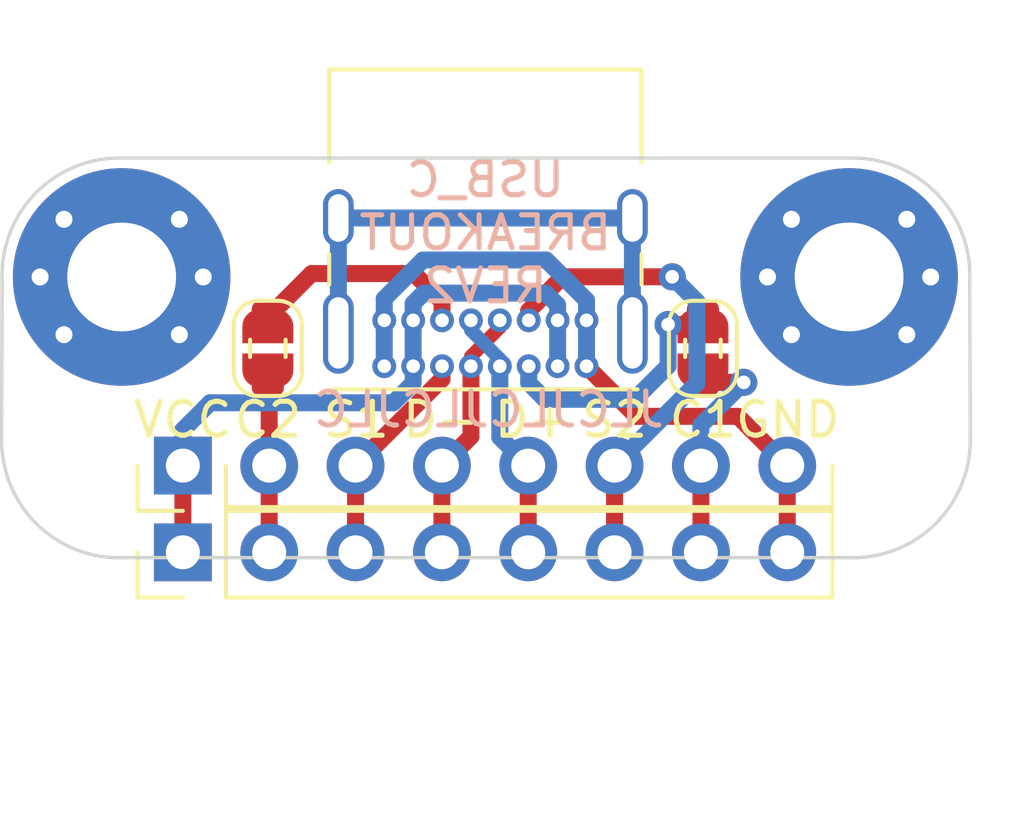
<source format=kicad_pcb>
(kicad_pcb (version 20211014) (generator pcbnew)
  (layers (0 "F.Cu" signal) (31 "B.Cu" signal) (34 "B.Paste" user) (35 "F.Paste" user) (36 "B.SilkS" user "B.Silkscreen") (37 "F.SilkS" user "F.Silkscreen") (38 "B.Mask" user) (39 "F.Mask" user) (44 "Edge.Cuts" user))
  (net 0 "")
  (net 1 "GND")
  (net 2 "VBUS")
  (net 3 "Net-(J1-PadA5)")
  (net 4 "D+")
  (net 5 "D-")
  (net 6 "SBU1")
  (net 7 "Net-(J1-PadB5)")
  (net 8 "SBU2")
  (net 9 "CC2")
  (net 10 "CC1")
  (net 11 "SHIELD")
  (footprint "Resistor_SMD:R_0603_1608Metric_Pad0.98x0.95mm_HandSolder" (layer "F.Cu") (at 133.6 97 -90)
    (fp_text reference "R2" hide)
    (fp_text value "5k1")
    (fp_line (start -0.254724 -0.5225) (end 0.254724 -0.5225) (layer "F.SilkS") (width 0.12))
    (fp_line (start -0.254724 0.5225) (end 0.254724 0.5225) (layer "F.SilkS") (width 0.12))
    (pad "1" smd roundrect (at -0.9125 0 270) (size 0.975 0.95) (layers "F.Cu" "F.Paste" "F.Mask") (net 7 "Net-(J1-PadB5)"))
    (pad "2" smd roundrect (at 0.9125 0 270) (size 0.975 0.95) (layers "F.Cu" "F.Paste" "F.Mask") (net 9 "CC2"))
  )
  (footprint "Jumper:SolderJumper-2_P1.3mm_Open_RoundedPad1.0x1.5mm" (layer "F.Cu") (at 146.4 97 -90)
    (fp_text reference "JP1" hide)
    (fp_text value "Jumper_2_Open")
    (fp_line (start -1.4 0.3) (end -1.4 -0.3) (layer "F.SilkS") (width 0.12))
    (fp_line (start -0.7 -1) (end 0.7 -1) (layer "F.SilkS") (width 0.12))
    (fp_line (start 1.4 -0.3) (end 1.4 0.3) (layer "F.SilkS") (width 0.12))
    (fp_line (start 0.7 1) (end -0.7 1) (layer "F.SilkS") (width 0.12))
    (fp_arc (start -1.4 -0.3) (mid -1.194975 -0.794975) (end -0.7 -1) (layer "F.SilkS") (width 0.12))
    (fp_arc (start 0.7 -1) (mid 1.194975 -0.794975) (end 1.4 -0.3) (layer "F.SilkS") (width 0.12))
    (fp_arc (start -0.7 1) (mid -1.194975 0.794975) (end -1.4 0.3) (layer "F.SilkS") (width 0.12))
    (fp_arc (start 1.4 0.3) (mid 1.194975 0.794975) (end 0.7 1) (layer "F.SilkS") (width 0.12))
    (pad "1" smd custom (at -0.65 0 270) (size 1 0.5) (layers "F.Cu" "F.Mask") (net 3 "Net-(J1-PadA5)") (options (clearance outline) (anchor rect)) (primitives (gr_circle (center 0 0.25) (end 0.5 0.25) (width 0) (fill yes)) (gr_circle (center 0 -0.25) (end 0.5 -0.25) (width 0) (fill yes)) (gr_poly (pts (xy 0.5 0.75) (xy 0 0.75) (xy 0 -0.75) (xy 0.5 -0.75)) (width 0) (fill yes))))
    (pad "2" smd custom (at 0.65 0 270) (size 1 0.5) (layers "F.Cu" "F.Mask") (net 10 "CC1") (options (clearance outline) (anchor rect)) (primitives (gr_circle (center 0 0.25) (end 0.5 0.25) (width 0) (fill yes)) (gr_circle (center 0 -0.25) (end 0.5 -0.25) (width 0) (fill yes)) (gr_poly (pts (xy 0 0.75) (xy -0.5 0.75) (xy -0.5 -0.75) (xy 0 -0.75)) (width 0) (fill yes))))
  )
  (footprint "MountingHole:MountingHole_3.2mm_M3_Pad_Via" (layer "F.Cu") (at 150.7 94.9)
    (fp_text reference "H1" hide)
    (fp_text value "MountingHole")
    (pad "1" thru_hole circle (at 0 0) (size 6.4 6.4) (drill 3.2) (layers *.Cu *.Mask))
    (pad "1" thru_hole circle (at 1.697056 1.697056) (size 0.8 0.8) (drill 0.5) (layers *.Cu *.Mask))
    (pad "1" thru_hole circle (at -2.4 0) (size 0.8 0.8) (drill 0.5) (layers *.Cu *.Mask))
    (pad "1" thru_hole circle (at 1.697056 -1.697056) (size 0.8 0.8) (drill 0.5) (layers *.Cu *.Mask))
    (pad "1" thru_hole circle (at -1.697056 -1.697056) (size 0.8 0.8) (drill 0.5) (layers *.Cu *.Mask))
    (pad "1" thru_hole circle (at -1.697056 1.697056) (size 0.8 0.8) (drill 0.5) (layers *.Cu *.Mask))
    (pad "1" thru_hole circle (at 2.4 0) (size 0.8 0.8) (drill 0.5) (layers *.Cu *.Mask))
  )
  (footprint "halfr_kicad_footprints:USB_C_Receptacle_GCT_USB4085" (layer "F.Cu") (at 142.975 97.525 180)
    (fp_text reference "J1" hide)
    (fp_text value "USB_C_Receptacle_USB2.0")
    (fp_line (start -1.62 6) (end -1.62 8.73) (layer "F.SilkS") (width 0.12))
    (fp_line (start 7.57 2.4) (end 7.57 3.3) (layer "F.SilkS") (width 0.12))
    (fp_line (start 7.57 6) (end 7.57 8.73) (layer "F.SilkS") (width 0.12))
    (fp_line (start -1.62 2.4) (end -1.62 3.3) (layer "F.SilkS") (width 0.12))
    (fp_line (start -1.62 8.73) (end 7.57 8.73) (layer "F.SilkS") (width 0.12))
    (fp_line (start -1.5 -0.68) (end 7.45 -0.68) (layer "F.SilkS") (width 0.12))
    (pad "A1" thru_hole circle (at 0 0 180) (size 0.7 0.7) (drill 0.4) (layers *.Cu *.Mask) (net 1 "GND"))
    (pad "A4" thru_hole circle (at 0.85 0 180) (size 0.7 0.7) (drill 0.4) (layers *.Cu *.Mask) (net 2 "VBUS"))
    (pad "A5" thru_hole circle (at 1.7 0 180) (size 0.7 0.7) (drill 0.4) (layers *.Cu *.Mask) (net 3 "Net-(J1-PadA5)"))
    (pad "A6" thru_hole circle (at 2.55 0 180) (size 0.7 0.7) (drill 0.4) (layers *.Cu *.Mask) (net 4 "D+"))
    (pad "A7" thru_hole circle (at 3.4 0 180) (size 0.7 0.7) (drill 0.4) (layers *.Cu *.Mask) (net 5 "D-"))
    (pad "A8" thru_hole circle (at 4.25 0 180) (size 0.7 0.7) (drill 0.4) (layers *.Cu *.Mask) (net 6 "SBU1"))
    (pad "A9" thru_hole circle (at 5.1 0 180) (size 0.7 0.7) (drill 0.4) (layers *.Cu *.Mask) (net 2 "VBUS"))
    (pad "A12" thru_hole circle (at 5.95 0 180) (size 0.7 0.7) (drill 0.4) (layers *.Cu *.Mask) (net 1 "GND"))
    (pad "B1" thru_hole circle (at 5.95 1.35 180) (size 0.7 0.7) (drill 0.4) (layers *.Cu *.Mask) (net 1 "GND"))
    (pad "B4" thru_hole circle (at 5.1 1.35 180) (size 0.7 0.7) (drill 0.4) (layers *.Cu *.Mask) (net 2 "VBUS"))
    (pad "B5" thru_hole circle (at 4.25 1.35 180) (size 0.7 0.7) (drill 0.4) (layers *.Cu *.Mask) (net 7 "Net-(J1-PadB5)"))
    (pad "B6" thru_hole circle (at 3.4 1.35 180) (size 0.7 0.7) (drill 0.4) (layers *.Cu *.Mask) (net 4 "D+"))
    (pad "B7" thru_hole circle (at 2.55 1.35 180) (size 0.7 0.7) (drill 0.4) (layers *.Cu *.Mask) (net 5 "D-"))
    (pad "B8" thru_hole circle (at 1.7 1.35 180) (size 0.7 0.7) (drill 0.4) (layers *.Cu *.Mask) (net 8 "SBU2"))
    (pad "B9" thru_hole circle (at 0.85 1.35 180) (size 0.7 0.7) (drill 0.4) (layers *.Cu *.Mask) (net 2 "VBUS"))
    (pad "B12" thru_hole circle (at 0 1.35 180) (size 0.7 0.7) (drill 0.4) (layers *.Cu *.Mask) (net 1 "GND"))
    (pad "S1" thru_hole oval (at 7.3 4.36 180) (size 0.9 1.7) (drill oval 0.6 1.4) (layers *.Cu *.Mask) (net 11 "SHIELD"))
    (pad "S1" thru_hole oval (at -1.35 0.98 180) (size 0.9 2.4) (drill oval 0.6 2.1) (layers *.Cu *.Mask) (net 11 "SHIELD"))
    (pad "S1" thru_hole oval (at 7.3 0.98 180) (size 0.9 2.4) (drill oval 0.6 2.1) (layers *.Cu *.Mask) (net 11 "SHIELD"))
    (pad "S1" thru_hole oval (at -1.35 4.36 180) (size 0.9 1.7) (drill oval 0.6 1.4) (layers *.Cu *.Mask) (net 11 "SHIELD"))
  )
  (footprint "Resistor_SMD:R_0603_1608Metric_Pad0.98x0.95mm_HandSolder" (layer "F.Cu") (at 146.4 97 90)
    (fp_text reference "R1" hide)
    (fp_text value "5k1")
    (fp_line (start -0.254724 -0.5225) (end 0.254724 -0.5225) (layer "F.SilkS") (width 0.12))
    (fp_line (start -0.254724 0.5225) (end 0.254724 0.5225) (layer "F.SilkS") (width 0.12))
    (pad "1" smd roundrect (at -0.9125 0 90) (size 0.975 0.95) (layers "F.Cu" "F.Paste" "F.Mask") (net 10 "CC1"))
    (pad "2" smd roundrect (at 0.9125 0 90) (size 0.975 0.95) (layers "F.Cu" "F.Paste" "F.Mask") (net 3 "Net-(J1-PadA5)"))
  )
  (footprint "Connector_PinHeader_2.54mm:PinHeader_1x08_P2.54mm_Vertical" (layer "F.Cu") (at 131.1 100.45 90)
    (fp_text reference "J3" hide)
    (fp_text value "Conn_01x08_Female")
    (fp_line (start -1.33 -1.33) (end 0 -1.33) (layer "F.SilkS") (width 0.12))
    (fp_line (start -1.33 1.27) (end 0 1.27) (layer "F.SilkS") (width 0.12))
    (fp_line (start -1.33 1.27) (end -1.33 19.11) (layer "F.SilkS") (width 0.12))
    (fp_line (start -1.33 0) (end -1.33 -1.33) (layer "F.SilkS") (width 0.12))
    (fp_line (start -1.33 19.11) (end 0 19.11) (layer "F.SilkS") (width 0.12))
    (pad "1" thru_hole rect (at 0 0 90) (size 1.7 1.7) (drill 1) (layers *.Cu *.Mask) (net 2 "VBUS"))
    (pad "2" thru_hole oval (at 0 2.54 90) (size 1.7 1.7) (drill 1) (layers *.Cu *.Mask) (net 9 "CC2"))
    (pad "3" thru_hole oval (at 0 5.08 90) (size 1.7 1.7) (drill 1) (layers *.Cu *.Mask) (net 6 "SBU1"))
    (pad "4" thru_hole oval (at 0 7.62 90) (size 1.7 1.7) (drill 1) (layers *.Cu *.Mask) (net 5 "D-"))
    (pad "5" thru_hole oval (at 0 10.16 90) (size 1.7 1.7) (drill 1) (layers *.Cu *.Mask) (net 4 "D+"))
    (pad "6" thru_hole oval (at 0 12.7 90) (size 1.7 1.7) (drill 1) (layers *.Cu *.Mask) (net 8 "SBU2"))
    (pad "7" thru_hole oval (at 0 15.24 90) (size 1.7 1.7) (drill 1) (layers *.Cu *.Mask) (net 10 "CC1"))
    (pad "8" thru_hole oval (at 0 17.78 90) (size 1.7 1.7) (drill 1) (layers *.Cu *.Mask) (net 1 "GND"))
  )
  (footprint "Connector_PinHeader_2.54mm:PinHeader_1x08_P2.54mm_Vertical" (layer "F.Cu") (at 131.1 103 90)
    (fp_text reference "J2" hide)
    (fp_text value "Conn_01x08_Female")
    (fp_line (start -1.33 1.27) (end 1.33 1.27) (layer "F.SilkS") (width 0.12))
    (fp_line (start -1.33 1.27) (end -1.33 19.11) (layer "F.SilkS") (width 0.12))
    (fp_line (start -1.33 0) (end -1.33 -1.33) (layer "F.SilkS") (width 0.12))
    (fp_line (start -1.33 19.11) (end 1.33 19.11) (layer "F.SilkS") (width 0.12))
    (fp_line (start 1.33 1.27) (end 1.33 19.11) (layer "F.SilkS") (width 0.12))
    (fp_line (start -1.33 -1.33) (end 0 -1.33) (layer "F.SilkS") (width 0.12))
    (pad "1" thru_hole rect (at 0 0 90) (size 1.7 1.7) (drill 1) (layers *.Cu *.Mask) (net 2 "VBUS"))
    (pad "2" thru_hole oval (at 0 2.54 90) (size 1.7 1.7) (drill 1) (layers *.Cu *.Mask) (net 9 "CC2"))
    (pad "3" thru_hole oval (at 0 5.08 90) (size 1.7 1.7) (drill 1) (layers *.Cu *.Mask) (net 6 "SBU1"))
    (pad "4" thru_hole oval (at 0 7.62 90) (size 1.7 1.7) (drill 1) (layers *.Cu *.Mask) (net 5 "D-"))
    (pad "5" thru_hole oval (at 0 10.16 90) (size 1.7 1.7) (drill 1) (layers *.Cu *.Mask) (net 4 "D+"))
    (pad "6" thru_hole oval (at 0 12.7 90) (size 1.7 1.7) (drill 1) (layers *.Cu *.Mask) (net 8 "SBU2"))
    (pad "7" thru_hole oval (at 0 15.24 90) (size 1.7 1.7) (drill 1) (layers *.Cu *.Mask) (net 10 "CC1"))
    (pad "8" thru_hole oval (at 0 17.78 90) (size 1.7 1.7) (drill 1) (layers *.Cu *.Mask) (net 1 "GND"))
  )
  (footprint "MountingHole:MountingHole_3.2mm_M3_Pad_Via" (layer "F.Cu") (at 129.3 94.9)
    (fp_text reference "H2" hide)
    (fp_text value "MountingHole")
    (pad "1" thru_hole circle (at -1.697056 1.697056) (size 0.8 0.8) (drill 0.5) (layers *.Cu *.Mask))
    (pad "1" thru_hole circle (at 1.697056 1.697056) (size 0.8 0.8) (drill 0.5) (layers *.Cu *.Mask))
    (pad "1" thru_hole circle (at -1.697056 -1.697056) (size 0.8 0.8) (drill 0.5) (layers *.Cu *.Mask))
    (pad "1" thru_hole circle (at 1.697056 -1.697056) (size 0.8 0.8) (drill 0.5) (layers *.Cu *.Mask))
    (pad "1" thru_hole circle (at 2.4 0) (size 0.8 0.8) (drill 0.5) (layers *.Cu *.Mask))
    (pad "1" thru_hole circle (at -2.4 0) (size 0.8 0.8) (drill 0.5) (layers *.Cu *.Mask))
    (pad "1" thru_hole circle (at 0 0) (size 6.4 6.4) (drill 3.2) (layers *.Cu *.Mask))
  )
  (footprint "Jumper:SolderJumper-2_P1.3mm_Open_RoundedPad1.0x1.5mm" (layer "F.Cu") (at 133.6 97 90)
    (fp_text reference "JP2" hide)
    (fp_text value "Jumper_2_Open")
    (fp_line (start -1.4 0.3) (end -1.4 -0.3) (layer "F.SilkS") (width 0.12))
    (fp_line (start -0.7 -1) (end 0.7 -1) (layer "F.SilkS") (width 0.12))
    (fp_line (start 0.7 1) (end -0.7 1) (layer "F.SilkS") (width 0.12))
    (fp_line (start 1.4 -0.3) (end 1.4 0.3) (layer "F.SilkS") (width 0.12))
    (fp_arc (start -0.7 1) (mid -1.194975 0.794975) (end -1.4 0.3) (layer "F.SilkS") (width 0.12))
    (fp_arc (start 1.4 0.3) (mid 1.194975 0.794975) (end 0.7 1) (layer "F.SilkS") (width 0.12))
    (fp_arc (start -1.4 -0.3) (mid -1.194975 -0.794975) (end -0.7 -1) (layer "F.SilkS") (width 0.12))
    (fp_arc (start 0.7 -1) (mid 1.194975 -0.794975) (end 1.4 -0.3) (layer "F.SilkS") (width 0.12))
    (pad "1" smd custom (at -0.65 0 90) (size 1 0.5) (layers "F.Cu" "F.Mask") (net 9 "CC2") (options (clearance outline) (anchor rect)) (primitives (gr_circle (center 0 0.25) (end 0.5 0.25) (width 0) (fill yes)) (gr_circle (center 0 -0.25) (end 0.5 -0.25) (width 0) (fill yes)) (gr_poly (pts (xy 0.5 0.75) (xy 0 0.75) (xy 0 -0.75) (xy 0.5 -0.75)) (width 0) (fill yes))))
    (pad "2" smd custom (at 0.65 0 90) (size 1 0.5) (layers "F.Cu" "F.Mask") (net 7 "Net-(J1-PadB5)") (options (clearance outline) (anchor rect)) (primitives (gr_circle (center 0 0.25) (end 0.5 0.25) (width 0) (fill yes)) (gr_circle (center 0 -0.25) (end 0.5 -0.25) (width 0) (fill yes)) (gr_poly (pts (xy 0 0.75) (xy -0.5 0.75) (xy -0.5 -0.75) (xy 0 -0.75)) (width 0) (fill yes))))
  )
  (gr_arc (start 125.784662 95) (mid 126.741546 92.463889) (end 129.234662 91.4) (layer "Edge.Cuts") (width 0.1))
  (gr_line (start 125.784662 95) (end 125.770773 99.706884) (layer "Edge.Cuts") (width 0.1))
  (gr_line (start 154.263889 99.706884) (end 154.25 95) (layer "Edge.Cuts") (width 0.1))
  (gr_line (start 129.234662 91.4) (end 150.8 91.4) (layer "Edge.Cuts") (width 0.1))
  (gr_arc (start 129.370773 103.156884) (mid 126.834662 102.2) (end 125.770773 99.706884) (layer "Edge.Cuts") (width 0.1))
  (gr_line (start 129.370773 103.156884) (end 150.663889 103.156884) (layer "Edge.Cuts") (width 0.1))
  (gr_arc (start 150.8 91.4) (mid 153.293116 92.463889) (end 154.25 95) (layer "Edge.Cuts") (width 0.1))
  (gr_arc (start 154.263889 99.706884) (mid 153.2 102.2) (end 150.663889 103.156884) (layer "Edge.Cuts") (width 0.1))
  (gr_text "USB_C\nBREAKOUT\nREV2" (at 140 93.6) (layer "B.SilkS") (effects (font (size 0.97 0.97)) (justify mirror)))
  (gr_text "JLCJLCJLCJLC" (at 140.1 98.8) (layer "B.SilkS") (effects (font (size 1 1)) (justify mirror)))
  (gr_text "GND" (at 148.9 99.1) (layer "F.SilkS") (effects (font (size 1 1))))
  (gr_text "C1\n" (at 146.4 99.1) (layer "F.SilkS") (effects (font (size 1 1))))
  (gr_text "D+" (at 141.4 99.1) (layer "F.SilkS") (effects (font (size 1 1))))
  (gr_text "S2" (at 143.8 99.1) (layer "F.SilkS") (effects (font (size 1 1))))
  (gr_text "D-" (at 138.7 99.1) (layer "F.SilkS") (effects (font (size 1 1))))
  (gr_text "C2" (at 133.6 99.1) (layer "F.SilkS") (effects (font (size 1 1))))
  (gr_text "S1" (at 136.2 99.1) (layer "F.SilkS") (effects (font (size 1 1))))
  (gr_text "VCC" (at 131.1 99.1) (layer "F.SilkS") (effects (font (size 1 1))))
  (segment (start 142.975 97.525) (end 144.45 99) (width 0.5) (layer "F.Cu") (net 1))
  (segment (start 148.88 100.45) (end 148.88 102.906884) (width 0.5) (layer "F.Cu") (net 1))
  (segment (start 144.45 99) (end 147.43 99) (width 0.5) (layer "F.Cu") (net 1))
  (segment (start 147.43 99) (end 148.88 100.45) (width 0.5) (layer "F.Cu") (net 1))
  (segment (start 141.78995 94.4) (end 142.975 95.58505) (width 0.5) (layer "B.Cu") (net 1))
  (segment (start 137.025 95.540076) (end 138.165076 94.4) (width 0.5) (layer "B.Cu") (net 1))
  (segment (start 137.025 96.175) (end 137.025 97.525) (width 0.5) (layer "B.Cu") (net 1))
  (segment (start 142.975 95.58505) (end 142.975 96.175) (width 0.5) (layer "B.Cu") (net 1))
  (segment (start 138.165076 94.4) (end 141.78995 94.4) (width 0.5) (layer "B.Cu") (net 1))
  (segment (start 137.025 96.175) (end 137.025 95.540076) (width 0.5) (layer "B.Cu") (net 1))
  (segment (start 142.975 97.525) (end 142.975 96.175) (width 0.5) (layer "B.Cu") (net 1))
  (segment (start 131.1 102.842224) (end 131.102765 102.844989) (width 0.5) (layer "F.Cu") (net 2))
  (segment (start 131.1 100.45) (end 131.1 102.842224) (width 0.5) (layer "F.Cu") (net 2))
  (segment (start 137.875 97.525) (end 137.875 96.175) (width 0.5) (layer "B.Cu") (net 2))
  (segment (start 138.179537 95.375489) (end 141.775489 95.375489) (width 0.5) (layer "B.Cu") (net 2))
  (segment (start 137.294974 98.6) (end 137.875 98.019974) (width 0.5) (layer "B.Cu") (net 2))
  (segment (start 142.125 95.725) (end 142.125 96.175) (width 0.5) (layer "B.Cu") (net 2))
  (segment (start 137.875 98.019974) (end 137.875 97.525) (width 0.5) (layer "B.Cu") (net 2))
  (segment (start 131.1 100.45) (end 131.1 99.4) (width 0.5) (layer "B.Cu") (net 2))
  (segment (start 137.875 96.175) (end 137.875 95.680026) (width 0.5) (layer "B.Cu") (net 2))
  (segment (start 141.775489 95.375489) (end 142.125 95.725) (width 0.5) (layer "B.Cu") (net 2))
  (segment (start 131.9 98.6) (end 137.294974 98.6) (width 0.5) (layer "B.Cu") (net 2))
  (segment (start 131.1 99.4) (end 131.9 98.6) (width 0.5) (layer "B.Cu") (net 2))
  (segment (start 142.125 96.175) (end 142.125 97.525) (width 0.5) (layer "B.Cu") (net 2))
  (segment (start 137.875 95.680026) (end 138.179537 95.375489) (width 0.5) (layer "B.Cu") (net 2))
  (segment (start 145.3745 96.3) (end 146.35 96.3) (width 0.5) (layer "F.Cu") (net 3))
  (segment (start 146.35 96.3) (end 146.4 96.35) (width 0.5) (layer "F.Cu") (net 3))
  (via (at 145.3745 96.3) (size 0.8) (drill 0.4) (layers "F.Cu" "B.Cu") (net 3))
  (segment (start 141.275 98.019974) (end 141.275 97.525) (width 0.5) (layer "B.Cu") (net 3))
  (segment (start 141.755026 98.5) (end 141.275 98.019974) (width 0.5) (layer "B.Cu") (net 3))
  (segment (start 144.392113 98.5) (end 141.755026 98.5) (width 0.5) (layer "B.Cu") (net 3))
  (segment (start 145.3745 96.3) (end 145.3745 97.517613) (width 0.5) (layer "B.Cu") (net 3))
  (segment (start 145.3745 97.517613) (end 144.392113 98.5) (width 0.5) (layer "B.Cu") (net 3))
  (segment (start 141.26 100.45) (end 141.26 102.84998) (width 0.5) (layer "F.Cu") (net 4))
  (segment (start 140.425 97.314339) (end 140.425 97.525) (width 0.4) (layer "B.Cu") (net 4))
  (segment (start 139.575 96.464339) (end 140.425 97.314339) (width 0.4) (layer "B.Cu") (net 4))
  (segment (start 140.425 97.525) (end 140.425 99.615) (width 0.5) (layer "B.Cu") (net 4))
  (segment (start 139.575 96.175) (end 139.575 96.464339) (width 0.4) (layer "B.Cu") (net 4))
  (segment (start 140.425 99.615) (end 141.26 100.45) (width 0.5) (layer "B.Cu") (net 4))
  (segment (start 139.575 99.595) (end 138.72 100.45) (width 0.5) (layer "F.Cu") (net 5))
  (segment (start 139.575 97.525) (end 139.575 99.595) (width 0.5) (layer "F.Cu") (net 5))
  (segment (start 140.425 96.385661) (end 140.425 96.175) (width 0.4) (layer "F.Cu") (net 5))
  (segment (start 139.575 97.235661) (end 140.425 96.385661) (width 0.4) (layer "F.Cu") (net 5))
  (segment (start 138.72 100.45) (end 138.72 102.84998) (width 0.5) (layer "F.Cu") (net 5))
  (segment (start 139.575 97.525) (end 139.575 97.235661) (width 0.4) (layer "F.Cu") (net 5))
  (segment (start 140.425 96.175) (end 140.425 96.243548) (width 0.5) (layer "F.Cu") (net 5))
  (segment (start 138.725 97.525) (end 138.725 97.905) (width 0.5) (layer "F.Cu") (net 6))
  (segment (start 138.725 97.905) (end 136.18 100.45) (width 0.5) (layer "F.Cu") (net 6))
  (segment (start 136.18 100.45) (end 136.18 102.84998) (width 0.5) (layer "F.Cu") (net 6))
  (segment (start 134.8875 94.8) (end 133.6 96.0875) (width 0.5) (layer "F.Cu") (net 7))
  (segment (start 137.9 94.8) (end 134.8875 94.8) (width 0.5) (layer "F.Cu") (net 7))
  (segment (start 138.725 96.175) (end 138.725 95.625) (width 0.5) (layer "F.Cu") (net 7))
  (segment (start 138.725 95.625) (end 137.9 94.8) (width 0.5) (layer "F.Cu") (net 7))
  (segment (start 143.8 100.45) (end 143.8 102.84998) (width 0.5) (layer "F.Cu") (net 8))
  (segment (start 142.273629 94.895) (end 141.275 95.893629) (width 0.5) (layer "F.Cu") (net 8))
  (segment (start 145.495 94.895) (end 142.273629 94.895) (width 0.5) (layer "F.Cu") (net 8))
  (segment (start 141.275 95.893629) (end 141.275 96.175) (width 0.5) (layer "F.Cu") (net 8))
  (via (at 145.495 94.895) (size 0.8) (drill 0.4) (layers "F.Cu" "B.Cu") (net 8))
  (segment (start 146.224011 95.624011) (end 146.224011 98.025989) (width 0.5) (layer "B.Cu") (net 8))
  (segment (start 145.495 94.895) (end 146.224011 95.624011) (width 0.5) (layer "B.Cu") (net 8))
  (segment (start 146.224011 98.025989) (end 143.8 100.45) (width 0.5) (layer "B.Cu") (net 8))
  (segment (start 133.64 100.45) (end 133.64 102.84998) (width 0.5) (layer "F.Cu") (net 9))
  (segment (start 133.64 97.69) (end 133.64 100.45) (width 0.5) (layer "F.Cu") (net 9))
  (segment (start 133.6 97.65) (end 133.64 97.69) (width 0.5) (layer "F.Cu") (net 9))
  (segment (start 146.75 98) (end 146.4 97.65) (width 0.5) (layer "F.Cu") (net 10))
  (segment (start 147.6 98) (end 146.75 98) (width 0.5) (layer "F.Cu") (net 10))
  (segment (start 146.34 100.45) (end 146.34 102.84998) (width 0.5) (layer "F.Cu") (net 10))
  (segment (start 146.4 97.65) (end 146.34 97.71) (width 0.5) (layer "F.Cu") (net 10))
  (via (at 147.6 98) (size 0.8) (drill 0.4) (layers "F.Cu" "B.Cu") (net 10))
  (segment (start 146.34 100.45) (end 146.34 99.26) (width 0.5) (layer "B.Cu") (net 10))
  (segment (start 146.34 99.26) (end 147.6 98) (width 0.5) (layer "B.Cu") (net 10))
  (segment (start 144.325 96.545) (end 144.325 93.165) (width 0.5) (layer "B.Cu") (net 11))
  (segment (start 135.675 96.545) (end 135.675 93.165) (width 0.5) (layer "B.Cu") (net 11))
  (segment (start 144.325 93.165) (end 135.675 93.165) (width 0.5) (layer "B.Cu") (net 11))
)
</source>
